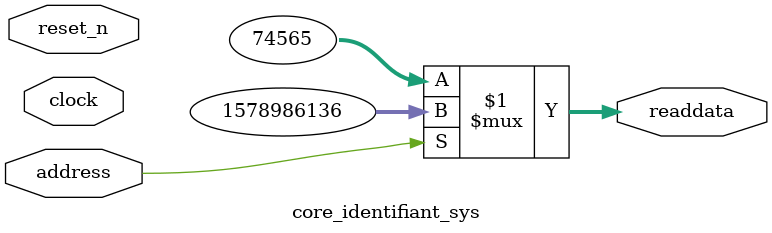
<source format=v>



// synthesis translate_off
`timescale 1ns / 1ps
// synthesis translate_on

// turn off superfluous verilog processor warnings 
// altera message_level Level1 
// altera message_off 10034 10035 10036 10037 10230 10240 10030 

module core_identifiant_sys (
               // inputs:
                address,
                clock,
                reset_n,

               // outputs:
                readdata
             )
;

  output  [ 31: 0] readdata;
  input            address;
  input            clock;
  input            reset_n;

  wire    [ 31: 0] readdata;
  //control_slave, which is an e_avalon_slave
  assign readdata = address ? 1578986136 : 74565;

endmodule



</source>
